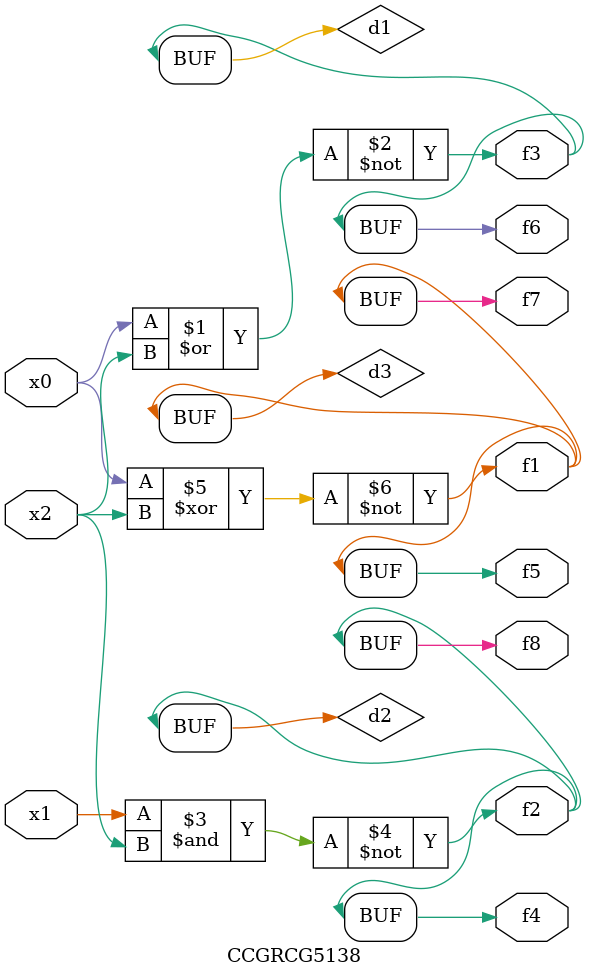
<source format=v>
module CCGRCG5138(
	input x0, x1, x2,
	output f1, f2, f3, f4, f5, f6, f7, f8
);

	wire d1, d2, d3;

	nor (d1, x0, x2);
	nand (d2, x1, x2);
	xnor (d3, x0, x2);
	assign f1 = d3;
	assign f2 = d2;
	assign f3 = d1;
	assign f4 = d2;
	assign f5 = d3;
	assign f6 = d1;
	assign f7 = d3;
	assign f8 = d2;
endmodule

</source>
